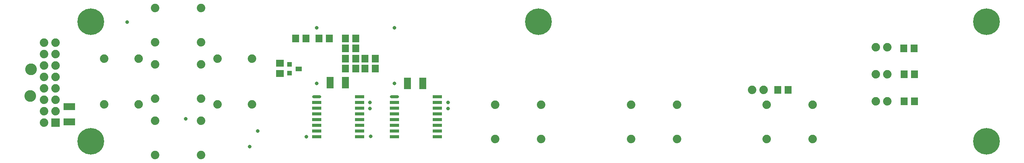
<source format=gts>
*%FSLAX23Y23*%
*%MOIN*%
G01*
%ADD11C,0.006*%
%ADD12C,0.007*%
%ADD13C,0.008*%
%ADD14C,0.008*%
%ADD15C,0.010*%
%ADD16C,0.010*%
%ADD17C,0.012*%
%ADD18C,0.012*%
%ADD19C,0.028*%
%ADD20C,0.030*%
%ADD21C,0.030*%
%ADD22C,0.032*%
%ADD23C,0.039*%
%ADD24C,0.039*%
%ADD25C,0.059*%
%ADD26C,0.059*%
%ADD27C,0.070*%
%ADD28C,0.074*%
%ADD29O,0.076X0.024*%
%ADD30O,0.080X0.028*%
%ADD31C,0.098*%
%ADD32C,0.102*%
%ADD33C,0.125*%
%ADD34C,0.145*%
%ADD35C,0.228*%
%ADD36C,0.232*%
%ADD37R,0.036X0.036*%
%ADD38R,0.040X0.040*%
%ADD39R,0.050X0.036*%
%ADD40R,0.054X0.040*%
%ADD41R,0.055X0.064*%
%ADD42R,0.059X0.068*%
%ADD43R,0.060X0.100*%
%ADD44R,0.064X0.055*%
%ADD45R,0.064X0.104*%
%ADD46R,0.068X0.059*%
%ADD47R,0.070X0.070*%
%ADD48R,0.074X0.074*%
%ADD49R,0.076X0.024*%
%ADD50R,0.080X0.028*%
%ADD51R,0.100X0.060*%
%ADD52R,0.104X0.064*%
D22*
X9390Y7817D02*
D03*
Y7765D02*
D03*
X8921Y7986D02*
D03*
Y8470D02*
D03*
X8709Y7817D02*
D03*
Y7765D02*
D03*
X8717Y7521D02*
D03*
X8244Y7986D02*
D03*
Y8470D02*
D03*
X8154Y7517D02*
D03*
X7732Y7568D02*
D03*
X7661Y7431D02*
D03*
X7106Y7675D02*
D03*
X6595Y8520D02*
D03*
D28*
X13111Y8301D02*
D03*
X13211D02*
D03*
X13111Y8065D02*
D03*
X13211D02*
D03*
X13111Y7828D02*
D03*
X13211D02*
D03*
X12562Y7797D02*
D03*
Y7497D02*
D03*
X12162Y7797D02*
D03*
Y7497D02*
D03*
X12037Y7927D02*
D03*
X12137D02*
D03*
X10200Y7797D02*
D03*
Y7497D02*
D03*
X9800Y7797D02*
D03*
Y7497D02*
D03*
X11381Y7797D02*
D03*
Y7497D02*
D03*
X10981Y7797D02*
D03*
Y7497D02*
D03*
X7382Y8202D02*
D03*
X7682D02*
D03*
X7382Y7802D02*
D03*
X7682D02*
D03*
X7239Y8644D02*
D03*
Y8344D02*
D03*
X6839Y8644D02*
D03*
Y8344D02*
D03*
Y7359D02*
D03*
Y7659D02*
D03*
X7239Y7359D02*
D03*
Y7659D02*
D03*
Y8152D02*
D03*
Y7852D02*
D03*
X6839Y8152D02*
D03*
Y7852D02*
D03*
X6697Y7802D02*
D03*
X6397D02*
D03*
X6697Y8202D02*
D03*
X6397D02*
D03*
X5872Y8343D02*
D03*
X5972D02*
D03*
X5872Y8243D02*
D03*
X5972D02*
D03*
X5872Y8143D02*
D03*
X5972D02*
D03*
X5872Y8043D02*
D03*
X5972D02*
D03*
X5872Y7943D02*
D03*
X5972D02*
D03*
X5872Y7843D02*
D03*
X5972D02*
D03*
X5872Y7743D02*
D03*
X5972Y7743D02*
D03*
X5872Y7643D02*
D03*
D30*
X8921Y7868D02*
D03*
X8244D02*
D03*
D32*
X5752Y7876D02*
D03*
X5760Y8108D02*
D03*
D36*
X14075Y8525D02*
D03*
Y7478D02*
D03*
X10177Y8525D02*
D03*
X6280D02*
D03*
Y7478D02*
D03*
D38*
X8008Y8151D02*
D03*
Y8076D02*
D03*
D40*
X8088Y8113D02*
D03*
D42*
X13444Y8293D02*
D03*
X13354D02*
D03*
X13448Y8065D02*
D03*
X13358D02*
D03*
X13448Y7828D02*
D03*
X13358D02*
D03*
X12350Y7927D02*
D03*
X12260D02*
D03*
X8667Y8116D02*
D03*
X8757D02*
D03*
X8665Y8203D02*
D03*
X8755D02*
D03*
X8586Y8116D02*
D03*
X8496D02*
D03*
X8354Y8379D02*
D03*
X8264D02*
D03*
X8586D02*
D03*
X8496D02*
D03*
X8586Y8293D02*
D03*
X8496D02*
D03*
X8586Y8202D02*
D03*
X8496D02*
D03*
X8153Y8379D02*
D03*
X8063D02*
D03*
D45*
X8362Y7990D02*
D03*
X8497D02*
D03*
X9035Y7986D02*
D03*
X9170D02*
D03*
D46*
X7925Y8162D02*
D03*
Y8072D02*
D03*
D48*
X5972Y7643D02*
D03*
D50*
X9296Y7868D02*
D03*
Y7818D02*
D03*
Y7768D02*
D03*
Y7718D02*
D03*
Y7668D02*
D03*
Y7618D02*
D03*
Y7568D02*
D03*
Y7518D02*
D03*
X8921D02*
D03*
Y7568D02*
D03*
Y7618D02*
D03*
Y7668D02*
D03*
Y7718D02*
D03*
Y7768D02*
D03*
Y7818D02*
D03*
X8619Y7868D02*
D03*
Y7818D02*
D03*
Y7768D02*
D03*
Y7718D02*
D03*
Y7668D02*
D03*
Y7618D02*
D03*
Y7568D02*
D03*
Y7518D02*
D03*
X8244D02*
D03*
Y7568D02*
D03*
Y7618D02*
D03*
Y7668D02*
D03*
Y7718D02*
D03*
Y7768D02*
D03*
Y7818D02*
D03*
D52*
X6091Y7647D02*
D03*
Y7782D02*
D03*
M02*

</source>
